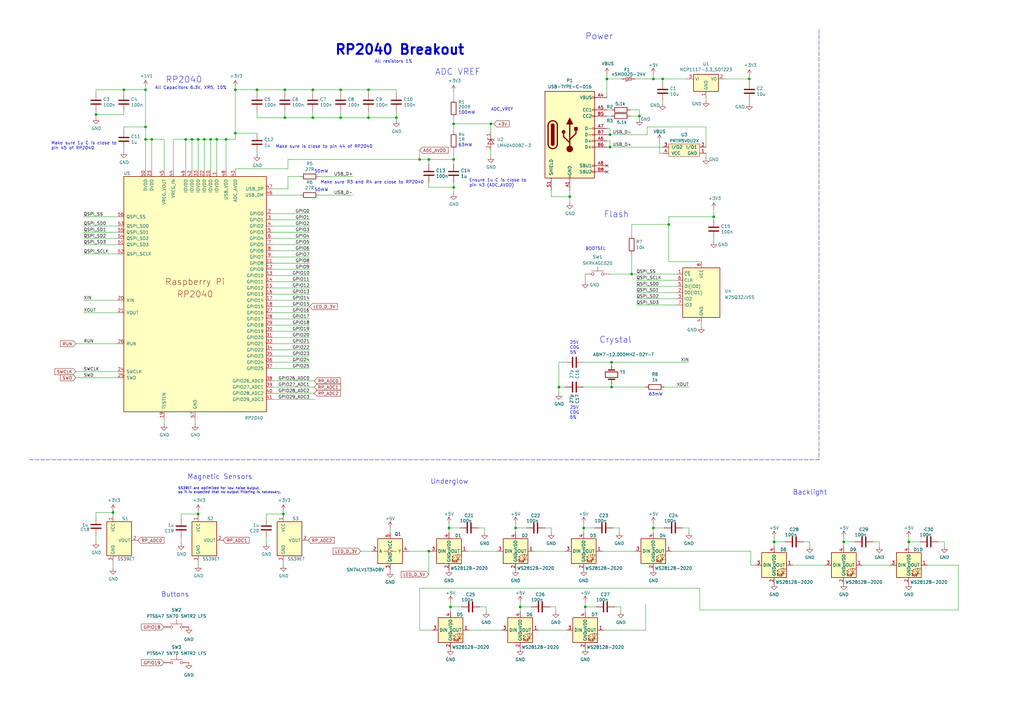
<source format=kicad_sch>
(kicad_sch (version 20230121) (generator eeschema)
  (paper "A3")
  (title_block (title "RP2040 Minimal Design Example") (date "2020-12-18") (rev "REV1") (company "Raspberry Pi (Trading) Ltd"))
  (junction (at 172.085 65.405))
  (junction (at 59.69 36.83))
  (junction (at 250.825 158.75))
  (junction (at 184.15 216.535))
  (junction (at 162.56 48.26))
  (junction (at 46.355 210.185))
  (junction (at 262.255 47.625))
  (junction (at 96.52 54.61))
  (junction (at 186.055 50.8))
  (junction (at 233.68 80.645))
  (junction (at 151.13 48.26))
  (junction (at 116.205 210.82))
  (junction (at 267.97 32.385))
  (junction (at 211.455 216.535))
  (junction (at 240.03 248.92))
  (junction (at 50.8 36.83))
  (junction (at 86.36 57.15))
  (junction (at 317.5 222.25))
  (junction (at 201.295 50.8))
  (junction (at 186.055 65.405))
  (junction (at 259.08 112.395))
  (junction (at 267.97 216.535))
  (junction (at 76.2 57.15))
  (junction (at 213.36 248.92))
  (junction (at 116.84 48.26))
  (junction (at 271.78 32.385))
  (junction (at 83.82 57.15))
  (junction (at 62.23 57.15))
  (junction (at 184.785 248.92))
  (junction (at 248.92 32.385))
  (junction (at 92.71 57.15))
  (junction (at 307.34 32.385))
  (junction (at 372.745 222.25))
  (junction (at 151.13 36.83))
  (junction (at 250.19 60.325))
  (junction (at 59.69 57.15))
  (junction (at 96.52 36.83))
  (junction (at 346.075 222.25))
  (junction (at 88.9 57.15))
  (junction (at 274.32 92.075))
  (junction (at 59.69 52.07))
  (junction (at 78.74 57.15))
  (junction (at 81.28 57.15))
  (junction (at 81.28 210.82))
  (junction (at 250.825 148.59))
  (junction (at 250.19 55.245))
  (junction (at 128.27 36.83))
  (junction (at 229.235 158.75))
  (junction (at 128.27 48.26))
  (junction (at 292.735 88.9))
  (junction (at 39.37 46.99))
  (junction (at 116.84 36.83))
  (junction (at 175.895 226.06))
  (junction (at 105.41 36.83))
  (junction (at 239.395 216.535))
  (junction (at 139.7 48.26))
  (junction (at 175.895 65.405))
  (junction (at 186.055 76.835))
  (junction (at 139.7 36.83))
  (no_connect (at 248.92 67.945))
  (no_connect (at 248.92 70.485))
  (wire (pts (xy 184.785 248.92) (xy 184.785 250.825)))
  (wire (pts (xy 34.29 100.33) (xy 48.26 100.33)))
  (wire (pts (xy 271.78 62.865) (xy 270.51 62.865)))
  (wire (pts (xy 92.71 69.85) (xy 92.71 57.15)))
  (wire (pts (xy 74.295 220.345) (xy 74.295 222.885)))
  (wire (pts (xy 116.205 210.82) (xy 109.22 210.82)))
  (wire (pts (xy 46.355 230.505) (xy 46.355 233.045)))
  (wire (pts (xy 191.77 226.06) (xy 203.835 226.06)))
  (wire (pts (xy 48.26 128.27) (xy 34.29 128.27)))
  (wire (pts (xy 59.69 36.83) (xy 59.69 52.07)))
  (wire (pts (xy 48.26 104.14) (xy 34.29 104.14)))
  (wire (pts (xy 325.12 231.775) (xy 338.455 231.775)))
  (wire (pts (xy 281.94 32.385) (xy 271.78 32.385)))
  (wire (pts (xy 39.37 36.83) (xy 50.8 36.83)))
  (wire (pts (xy 96.52 35.56) (xy 96.52 36.83)))
  (wire (pts (xy 239.395 216.535) (xy 243.84 216.535)))
  (wire (pts (xy 128.27 36.83) (xy 139.7 36.83)))
  (wire (pts (xy 250.825 157.48) (xy 250.825 158.75)))
  (wire (pts (xy 260.35 32.385) (xy 267.97 32.385)))
  (wire (pts (xy 50.8 60.96) (xy 50.8 62.23)))
  (wire (pts (xy 332.105 222.25) (xy 332.105 224.155)))
  (wire (pts (xy 50.8 52.07) (xy 59.69 52.07)))
  (wire (pts (xy 111.76 151.13) (xy 127 151.13)))
  (wire (pts (xy 111.76 140.97) (xy 127 140.97)))
  (wire (pts (xy 239.395 148.59) (xy 250.825 148.59)))
  (wire (pts (xy 81.28 57.15) (xy 83.82 57.15)))
  (wire (pts (xy 240.03 248.92) (xy 244.475 248.92)))
  (wire (pts (xy 264.795 247.65) (xy 264.795 258.445)))
  (wire (pts (xy 139.7 45.72) (xy 139.7 48.26)))
  (wire (pts (xy 250.825 45.085) (xy 248.92 45.085)))
  (wire (pts (xy 105.41 36.83) (xy 116.84 36.83)))
  (wire (pts (xy 240.03 112.395) (xy 240.03 115.57)))
  (wire (pts (xy 274.32 92.075) (xy 274.32 88.9)))
  (wire (pts (xy 48.26 88.9) (xy 34.29 88.9)))
  (wire (pts (xy 250.825 158.75) (xy 264.795 158.75)))
  (wire (pts (xy 213.36 248.92) (xy 217.805 248.92)))
  (wire (pts (xy 393.065 250.19) (xy 287.02 250.19)))
  (wire (pts (xy 186.055 74.93) (xy 186.055 76.835)))
  (wire (pts (xy 160.02 216.535) (xy 160.02 218.44)))
  (wire (pts (xy 184.785 248.92) (xy 189.23 248.92)))
  (wire (pts (xy 46.355 209.55) (xy 46.355 210.185)))
  (wire (pts (xy 118.11 69.215) (xy 118.11 65.405)))
  (wire (pts (xy 297.18 32.385) (xy 307.34 32.385)))
  (wire (pts (xy 34.29 123.19) (xy 48.26 123.19)))
  (wire (pts (xy 250.19 60.325) (xy 271.78 60.325)))
  (wire (pts (xy 267.97 216.535) (xy 272.415 216.535)))
  (wire (pts (xy 88.9 57.15) (xy 92.71 57.15)))
  (wire (pts (xy 186.055 50.8) (xy 201.295 50.8)))
  (wire (pts (xy 81.28 69.85) (xy 81.28 57.15)))
  (wire (pts (xy 111.76 120.65) (xy 127 120.65)))
  (wire (pts (xy 184.15 216.535) (xy 184.15 218.44)))
  (wire (pts (xy 116.84 48.26) (xy 105.41 48.26)))
  (wire (pts (xy 172.085 258.445) (xy 177.165 258.445)))
  (wire (pts (xy 59.69 57.15) (xy 59.69 69.85)))
  (wire (pts (xy 116.205 210.82) (xy 116.205 211.455)))
  (wire (pts (xy 111.76 138.43) (xy 127 138.43)))
  (wire (pts (xy 111.76 92.71) (xy 127 92.71)))
  (wire (pts (xy 175.895 235.585) (xy 175.895 226.06)))
  (wire (pts (xy 111.76 118.11) (xy 127 118.11)))
  (wire (pts (xy 250.19 55.245) (xy 265.43 55.245)))
  (wire (pts (xy 248.92 47.625) (xy 250.825 47.625)))
  (wire (pts (xy 265.43 52.07) (xy 265.43 55.245)))
  (wire (pts (xy 332.105 222.25) (xy 329.565 222.25)))
  (wire (pts (xy 233.68 80.645) (xy 233.68 83.185)))
  (wire (pts (xy 267.97 32.385) (xy 271.78 32.385)))
  (wire (pts (xy 393.065 231.775) (xy 393.065 250.19)))
  (wire (pts (xy 213.36 248.92) (xy 213.36 250.825)))
  (wire (pts (xy 96.52 54.61) (xy 105.41 54.61)))
  (wire (pts (xy 128.27 38.1) (xy 128.27 36.83)))
  (wire (pts (xy 250.19 52.705) (xy 250.19 55.245)))
  (wire (pts (xy 219.075 226.06) (xy 231.775 226.06)))
  (wire (pts (xy 76.2 69.85) (xy 76.2 57.15)))
  (polyline (pts (xy 335.915 12.065) (xy 335.915 188.595)) (stroke (width 0) (type dash)))
  (wire (pts (xy 116.84 45.72) (xy 116.84 48.26)))
  (wire (pts (xy 96.52 36.83) (xy 96.52 54.61)))
  (wire (pts (xy 199.39 248.92) (xy 199.39 250.825)))
  (wire (pts (xy 81.28 209.55) (xy 81.28 210.82)))
  (wire (pts (xy 275.59 226.06) (xy 307.975 226.06)))
  (wire (pts (xy 250.825 149.86) (xy 250.825 148.59)))
  (wire (pts (xy 231.775 158.75) (xy 229.235 158.75)))
  (wire (pts (xy 198.755 216.535) (xy 198.755 218.44)))
  (wire (pts (xy 186.055 65.405) (xy 186.055 67.31)))
  (wire (pts (xy 287.655 132.715) (xy 287.655 133.985)))
  (wire (pts (xy 105.41 38.1) (xy 105.41 36.83)))
  (wire (pts (xy 248.92 32.385) (xy 248.92 40.005)))
  (wire (pts (xy 62.23 69.85) (xy 62.23 57.15)))
  (wire (pts (xy 254 216.535) (xy 251.46 216.535)))
  (wire (pts (xy 172.085 241.3) (xy 172.085 258.445)))
  (wire (pts (xy 109.22 220.345) (xy 109.22 222.885)))
  (wire (pts (xy 92.71 57.15) (xy 96.52 57.15)))
  (wire (pts (xy 262.255 47.625) (xy 262.255 48.895)))
  (wire (pts (xy 167.64 226.06) (xy 175.895 226.06)))
  (wire (pts (xy 353.695 231.775) (xy 365.125 231.775)))
  (wire (pts (xy 175.895 226.06) (xy 176.53 226.06)))
  (wire (pts (xy 34.29 92.71) (xy 48.26 92.71)))
  (wire (pts (xy 184.15 214.63) (xy 184.15 216.535)))
  (wire (pts (xy 248.92 30.48) (xy 248.92 32.385)))
  (wire (pts (xy 267.97 30.48) (xy 267.97 32.385)))
  (wire (pts (xy 83.82 57.15) (xy 86.36 57.15)))
  (wire (pts (xy 111.76 87.63) (xy 127 87.63)))
  (wire (pts (xy 88.9 57.15) (xy 88.9 69.85)))
  (wire (pts (xy 317.5 222.25) (xy 321.945 222.25)))
  (wire (pts (xy 111.76 107.95) (xy 127 107.95)))
  (wire (pts (xy 227.965 248.92) (xy 227.965 250.825)))
  (wire (pts (xy 240.03 248.92) (xy 240.03 250.825)))
  (wire (pts (xy 184.785 247.015) (xy 184.785 248.92)))
  (wire (pts (xy 172.085 61.595) (xy 172.085 65.405)))
  (wire (pts (xy 307.34 41.275) (xy 307.34 42.545)))
  (wire (pts (xy 162.56 38.1) (xy 162.56 36.83)))
  (wire (pts (xy 287.02 241.3) (xy 287.02 250.19)))
  (wire (pts (xy 307.975 226.06) (xy 307.975 231.775)))
  (wire (pts (xy 130.81 80.01) (xy 144.78 80.01)))
  (wire (pts (xy 250.19 112.395) (xy 259.08 112.395)))
  (wire (pts (xy 111.76 133.35) (xy 127 133.35)))
  (wire (pts (xy 271.78 41.275) (xy 271.78 42.545)))
  (wire (pts (xy 111.76 105.41) (xy 127 105.41)))
  (wire (pts (xy 81.28 210.82) (xy 74.295 210.82)))
  (wire (pts (xy 34.29 95.25) (xy 48.26 95.25)))
  (wire (pts (xy 151.13 38.1) (xy 151.13 36.83)))
  (wire (pts (xy 250.19 60.325) (xy 250.19 57.785)))
  (wire (pts (xy 118.11 72.39) (xy 123.19 72.39)))
  (wire (pts (xy 67.31 69.85) (xy 67.31 57.15)))
  (wire (pts (xy 151.13 45.72) (xy 151.13 48.26)))
  (wire (pts (xy 111.76 130.81) (xy 127 130.81)))
  (wire (pts (xy 80.01 171.45) (xy 80.01 173.99)))
  (wire (pts (xy 111.76 128.27) (xy 127 128.27)))
  (wire (pts (xy 259.08 104.14) (xy 259.08 112.395)))
  (wire (pts (xy 201.295 50.8) (xy 201.295 53.975)))
  (wire (pts (xy 39.37 46.99) (xy 39.37 48.26)))
  (wire (pts (xy 274.32 88.9) (xy 292.735 88.9)))
  (wire (pts (xy 186.055 61.595) (xy 186.055 65.405)))
  (wire (pts (xy 229.235 148.59) (xy 229.235 158.75)))
  (wire (pts (xy 31.115 140.97) (xy 48.26 140.97)))
  (wire (pts (xy 317.5 220.345) (xy 317.5 222.25)))
  (wire (pts (xy 39.37 46.99) (xy 50.8 46.99)))
  (wire (pts (xy 227.965 248.92) (xy 225.425 248.92)))
  (wire (pts (xy 289.56 62.865) (xy 289.56 64.77)))
  (wire (pts (xy 111.76 125.73) (xy 127 125.73)))
  (polyline (pts (xy 12.065 188.595) (xy 335.915 188.595)) (stroke (width 0) (type dash)))
  (wire (pts (xy 111.76 115.57) (xy 127 115.57)))
  (wire (pts (xy 78.74 57.15) (xy 81.28 57.15)))
  (wire (pts (xy 282.575 216.535) (xy 280.035 216.535)))
  (wire (pts (xy 39.37 219.71) (xy 39.37 222.25)))
  (wire (pts (xy 151.13 48.26) (xy 162.56 48.26)))
  (wire (pts (xy 270.51 62.865) (xy 270.51 57.785)))
  (wire (pts (xy 31.115 152.4) (xy 48.26 152.4)))
  (wire (pts (xy 277.495 117.475) (xy 260.985 117.475)))
  (wire (pts (xy 211.455 214.63) (xy 211.455 216.535)))
  (wire (pts (xy 105.41 45.72) (xy 105.41 48.26)))
  (wire (pts (xy 71.12 57.15) (xy 76.2 57.15)))
  (wire (pts (xy 198.755 216.535) (xy 196.215 216.535)))
  (wire (pts (xy 262.255 45.085) (xy 262.255 47.625)))
  (wire (pts (xy 74.295 210.82) (xy 74.295 212.725)))
  (wire (pts (xy 372.745 222.25) (xy 377.19 222.25)))
  (wire (pts (xy 175.895 65.405) (xy 186.055 65.405)))
  (wire (pts (xy 239.395 158.75) (xy 250.825 158.75)))
  (wire (pts (xy 151.13 36.83) (xy 162.56 36.83)))
  (wire (pts (xy 231.775 148.59) (xy 229.235 148.59)))
  (wire (pts (xy 186.055 48.26) (xy 186.055 50.8)))
  (wire (pts (xy 130.81 72.39) (xy 144.78 72.39)))
  (wire (pts (xy 292.735 90.17) (xy 292.735 88.9)))
  (wire (pts (xy 307.34 32.385) (xy 307.34 31.115)))
  (wire (pts (xy 292.735 85.725) (xy 292.735 88.9)))
  (wire (pts (xy 265.43 52.07) (xy 289.56 52.07)))
  (wire (pts (xy 111.76 156.21) (xy 128.905 156.21)))
  (wire (pts (xy 260.985 125.095) (xy 277.495 125.095)))
  (wire (pts (xy 247.65 258.445) (xy 264.795 258.445)))
  (wire (pts (xy 111.76 100.33) (xy 127 100.33)))
  (wire (pts (xy 59.69 35.56) (xy 59.69 36.83)))
  (wire (pts (xy 46.355 210.185) (xy 46.355 211.455)))
  (wire (pts (xy 96.52 69.215) (xy 96.52 69.85)))
  (wire (pts (xy 139.7 48.26) (xy 128.27 48.26)))
  (wire (pts (xy 147.955 226.06) (xy 152.4 226.06)))
  (wire (pts (xy 111.76 163.83) (xy 128.905 163.83)))
  (wire (pts (xy 111.76 158.75) (xy 128.905 158.75)))
  (wire (pts (xy 213.36 247.015) (xy 213.36 248.92)))
  (wire (pts (xy 175.895 65.405) (xy 175.895 67.31)))
  (wire (pts (xy 111.76 113.03) (xy 127 113.03)))
  (wire (pts (xy 39.37 45.72) (xy 39.37 46.99)))
  (wire (pts (xy 160.02 233.68) (xy 160.02 234.315)))
  (wire (pts (xy 240.03 247.015) (xy 240.03 248.92)))
  (wire (pts (xy 229.235 158.75) (xy 229.235 161.29)))
  (wire (pts (xy 116.205 209.55) (xy 116.205 210.82)))
  (wire (pts (xy 186.055 37.465) (xy 186.055 40.64)))
  (wire (pts (xy 105.41 63.5) (xy 105.41 62.23)))
  (wire (pts (xy 346.075 222.25) (xy 346.075 224.155)))
  (wire (pts (xy 346.075 220.345) (xy 346.075 222.25)))
  (wire (pts (xy 239.395 216.535) (xy 239.395 218.44)))
  (wire (pts (xy 307.34 33.655) (xy 307.34 32.385)))
  (wire (pts (xy 111.76 97.79) (xy 127 97.79)))
  (wire (pts (xy 372.745 220.345) (xy 372.745 222.25)))
  (wire (pts (xy 360.68 222.25) (xy 358.14 222.25)))
  (wire (pts (xy 186.055 50.8) (xy 186.055 53.975)))
  (wire (pts (xy 260.985 122.555) (xy 277.495 122.555)))
  (wire (pts (xy 372.745 222.25) (xy 372.745 224.155)))
  (wire (pts (xy 31.115 154.94) (xy 48.26 154.94)))
  (wire (pts (xy 111.76 161.29) (xy 128.905 161.29)))
  (wire (pts (xy 254.635 248.92) (xy 254.635 250.825)))
  (wire (pts (xy 39.37 38.1) (xy 39.37 36.83)))
  (wire (pts (xy 287.02 241.3) (xy 172.085 241.3)))
  (wire (pts (xy 271.78 33.655) (xy 271.78 32.385)))
  (wire (pts (xy 184.15 216.535) (xy 188.595 216.535)))
  (wire (pts (xy 86.36 69.85) (xy 86.36 57.15)))
  (wire (pts (xy 111.76 90.17) (xy 127 90.17)))
  (wire (pts (xy 239.395 214.63) (xy 239.395 216.535)))
  (wire (pts (xy 360.68 222.25) (xy 360.68 224.155)))
  (wire (pts (xy 59.69 52.07) (xy 59.69 57.15)))
  (wire (pts (xy 267.97 216.535) (xy 267.97 218.44)))
  (wire (pts (xy 199.39 248.92) (xy 196.85 248.92)))
  (wire (pts (xy 50.8 36.83) (xy 59.69 36.83)))
  (wire (pts (xy 220.98 258.445) (xy 232.41 258.445)))
  (wire (pts (xy 211.455 216.535) (xy 215.9 216.535)))
  (wire (pts (xy 226.06 78.105) (xy 226.06 80.645)))
  (wire (pts (xy 380.365 231.775) (xy 393.065 231.775)))
  (wire (pts (xy 116.84 36.83) (xy 128.27 36.83)))
  (wire (pts (xy 233.68 78.105) (xy 233.68 80.645)))
  (wire (pts (xy 387.35 222.25) (xy 387.35 224.155)))
  (wire (pts (xy 226.06 80.645) (xy 233.68 80.645)))
  (wire (pts (xy 118.11 72.39) (xy 118.11 77.47)))
  (wire (pts (xy 247.015 226.06) (xy 260.35 226.06)))
  (wire (pts (xy 162.56 48.26) (xy 162.56 49.53)))
  (wire (pts (xy 96.52 54.61) (xy 96.52 57.15)))
  (wire (pts (xy 248.92 32.385) (xy 255.27 32.385)))
  (wire (pts (xy 111.76 110.49) (xy 127 110.49)))
  (wire (pts (xy 258.445 47.625) (xy 262.255 47.625)))
  (wire (pts (xy 118.11 65.405) (xy 172.085 65.405)))
  (wire (pts (xy 111.76 80.01) (xy 123.19 80.01)))
  (wire (pts (xy 67.31 57.15) (xy 62.23 57.15)))
  (wire (pts (xy 274.32 92.075) (xy 274.32 107.315)))
  (wire (pts (xy 274.32 107.315) (xy 287.655 107.315)))
  (wire (pts (xy 250.825 148.59) (xy 282.575 148.59)))
  (wire (pts (xy 78.74 69.85) (xy 78.74 57.15)))
  (wire (pts (xy 67.31 171.45) (xy 67.31 173.99)))
  (wire (pts (xy 254.635 248.92) (xy 252.095 248.92)))
  (wire (pts (xy 111.76 77.47) (xy 118.11 77.47)))
  (wire (pts (xy 81.28 231.775) (xy 81.28 230.505)))
  (wire (pts (xy 162.56 45.72) (xy 162.56 48.26)))
  (wire (pts (xy 248.92 52.705) (xy 250.19 52.705)))
  (wire (pts (xy 139.7 38.1) (xy 139.7 36.83)))
  (wire (pts (xy 116.84 38.1) (xy 116.84 36.83)))
  (wire (pts (xy 111.76 123.19) (xy 127 123.19)))
  (wire (pts (xy 211.455 216.535) (xy 211.455 218.44)))
  (wire (pts (xy 111.76 146.05) (xy 127 146.05)))
  (wire (pts (xy 260.985 114.935) (xy 277.495 114.935)))
  (wire (pts (xy 111.76 102.87) (xy 127 102.87)))
  (wire (pts (xy 128.27 45.72) (xy 128.27 48.26)))
  (wire (pts (xy 387.35 222.25) (xy 384.81 222.25)))
  (wire (pts (xy 50.8 38.1) (xy 50.8 36.83)))
  (wire (pts (xy 172.085 65.405) (xy 175.895 65.405)))
  (wire (pts (xy 34.29 97.79) (xy 48.26 97.79)))
  (wire (pts (xy 272.415 158.75) (xy 282.575 158.75)))
  (wire (pts (xy 111.76 95.25) (xy 127 95.25)))
  (wire (pts (xy 175.895 74.93) (xy 175.895 76.835)))
  (wire (pts (xy 111.76 135.89) (xy 127 135.89)))
  (wire (pts (xy 289.56 52.07) (xy 289.56 60.325)))
  (wire (pts (xy 62.23 57.15) (xy 59.69 57.15)))
  (wire (pts (xy 259.08 92.075) (xy 259.08 96.52)))
  (wire (pts (xy 259.08 112.395) (xy 277.495 112.395)))
  (wire (pts (xy 111.76 148.59) (xy 127 148.59)))
  (wire (pts (xy 248.92 57.785) (xy 250.19 57.785)))
  (wire (pts (xy 96.52 69.215) (xy 118.11 69.215)))
  (wire (pts (xy 292.735 97.79) (xy 292.735 99.06)))
  (wire (pts (xy 39.37 210.185) (xy 39.37 212.09)))
  (wire (pts (xy 71.12 69.85) (xy 71.12 57.15)))
  (wire (pts (xy 226.06 216.535) (xy 226.06 218.44)))
  (wire (pts (xy 248.92 55.245) (xy 250.19 55.245)))
  (wire (pts (xy 282.575 216.535) (xy 282.575 218.44)))
  (wire (pts (xy 76.2 57.15) (xy 78.74 57.15)))
  (wire (pts (xy 259.08 92.075) (xy 274.32 92.075)))
  (wire (pts (xy 81.28 210.82) (xy 81.28 211.455)))
  (wire (pts (xy 83.82 69.85) (xy 83.82 57.15)))
  (wire (pts (xy 186.055 76.835) (xy 186.055 79.375)))
  (wire (pts (xy 46.355 210.185) (xy 39.37 210.185)))
  (wire (pts (xy 317.5 222.25) (xy 317.5 224.155)))
  (wire (pts (xy 116.205 231.775) (xy 116.205 230.505)))
  (wire (pts (xy 277.495 120.015) (xy 260.985 120.015)))
  (wire (pts (xy 262.255 45.085) (xy 258.445 45.085)))
  (wire (pts (xy 192.405 258.445) (xy 205.74 258.445)))
  (wire (pts (xy 289.56 40.005) (xy 289.56 41.275)))
  (wire (pts (xy 226.06 216.535) (xy 223.52 216.535)))
  (wire (pts (xy 254 216.535) (xy 254 218.44)))
  (wire (pts (xy 50.8 46.99) (xy 50.8 45.72)))
  (wire (pts (xy 128.27 48.26) (xy 116.84 48.26)))
  (wire (pts (xy 50.8 53.34) (xy 50.8 52.07)))
  (wire (pts (xy 139.7 48.26) (xy 151.13 48.26)))
  (wire (pts (xy 201.295 50.8) (xy 202.565 50.8)))
  (wire (pts (xy 139.7 36.83) (xy 151.13 36.83)))
  (wire (pts (xy 248.92 60.325) (xy 250.19 60.325)))
  (wire (pts (xy 201.295 61.595) (xy 201.295 64.135)))
  (wire (pts (xy 267.97 214.63) (xy 267.97 216.535)))
  (wire (pts (xy 111.76 143.51) (xy 127 143.51)))
  (wire (pts (xy 86.36 57.15) (xy 88.9 57.15)))
  (wire (pts (xy 307.975 231.775) (xy 309.88 231.775)))
  (wire (pts (xy 109.22 210.82) (xy 109.22 212.725)))
  (wire (pts (xy 175.895 76.835) (xy 186.055 76.835)))
  (wire (pts (xy 346.075 222.25) (xy 350.52 222.25)))
  (wire (pts (xy 96.52 36.83) (xy 105.41 36.83)))
  (image (at 152.4 -170.815) (scale 5.52324))
  (image (at -136.525 45.085) (scale 2.69118))
  (text "RP2040 Breakout\n" (at 137.16 22.86 0) (effects (font (size 4 4) (thickness 0.8) bold) (justify left bottom)))
  (text "All Capacitors 6.3V, XR5, 10%" (at 63.5 36.83 0) (effects (font (size 1.27 1.27)) (justify left bottom)))
  (text "Make sure 1u C is close to \npin 45 of RP2040" (at 20.955 61.595 0) (effects (font (size 1.27 1.27)) (justify left bottom)))
  (text "ADC VREF" (at 178.435 31.115 0) (effects (font (size 2.54 2.54)) (justify left bottom)))
  (text "63mW" (at 266.065 162.56 0) (effects (font (size 1.27 1.27)) (justify left bottom)))
  (text "25V\nC0G\n5%" (at 233.68 145.415 0) (effects (font (size 1.27 1.27)) (justify left bottom)))
  (text "ADC_VREF" (at 201.295 45.72 0) (effects (font (size 1.27 1.27)) (justify left bottom)))
  (text "Make sure R3 and R4 are close to RP2040" (at 131.445 75.565 0) (effects (font (size 1.27 1.27)) (justify left bottom)))
  (text "Magnetic Sensors" (at 76.835 196.85 0) (effects (font (size 2 2)) (justify left bottom)))
  (text "Underglow" (at 176.53 198.755 0) (effects (font (size 2 2)) (justify left bottom)))
  (text "63mW" (at 187.96 60.325 0) (effects (font (size 1.27 1.27)) (justify left bottom)))
  (text "RP2040" (at 67.945 34.29 0) (effects (font (size 2.54 2.54)) (justify left bottom)))
  (text "SS39ET are optimized for low noise output, \nso it is expected that no output filtering is necessary." (at 73.025 202.565 0) (effects (font (size 1 1)) (justify left bottom)))
  (text "BOOTSEL" (at 240.03 102.87 0) (effects (font (size 1.27 1.27)) (justify left bottom)))
  (text "Power" (at 240.03 16.51 0) (effects (font (size 2.54 2.54)) (justify left bottom)))
  (text "Buttons" (at 66.04 245.11 0) (effects (font (size 2 2)) (justify left bottom)))
  (text "Crystal" (at 245.745 140.97 0) (effects (font (size 2.54 2.54)) (justify left bottom)))
  (text "Make sure is close to pin 44 of RP2040" (at 113.03 60.96 0) (effects (font (size 1.27 1.27)) (justify left bottom)))
  (text "All resistors 1%" (at 153.67 26.035 0) (effects (font (size 1.27 1.27)) (justify left bottom)))
  (text "Backlight" (at 325.12 203.2 0) (effects (font (size 2 2)) (justify left bottom)))
  (text "50mW" (at 128.905 71.12 0) (effects (font (size 1.27 1.27)) (justify left bottom)))
  (text "25V\nC0G\n5%" (at 233.68 172.085 0) (effects (font (size 1.27 1.27)) (justify left bottom)))
  (text "50mW" (at 128.905 78.74 0) (effects (font (size 1.27 1.27)) (justify left bottom)))
  (text "Flash" (at 247.65 89.535 0) (effects (font (size 2.54 2.54)) (justify left bottom)))
  (text "Ensure 1u C is close to \npin 43 (ADC_AVDD)" (at 192.405 76.835 0) (effects (font (size 1.27 1.27)) (justify left bottom)))
  (text "100mW" (at 187.96 46.99 0) (effects (font (size 1.27 1.27)) (justify left bottom)))
  (label "GPIO3" (at 127 95.25 180))
  (label "QSPI_SCLK" (at 260.985 114.935 0))
  (label "QSPI_SD2" (at 260.985 122.555 0))
  (label "GPIO22" (at 127 143.51 180))
  (label "QSPI_SD0" (at 260.985 117.475 0))
  (label "GPIO0" (at 127 87.63 180))
  (label "QSPI_SD3" (at 34.29 100.33 0))
  (label "GPIO15" (at 127 125.73 180))
  (label "GPIO2" (at 127 92.71 180))
  (label "GPIO19" (at 127 135.89 180))
  (label "XOUT" (at 34.29 128.27 0))
  (label "GPIO6" (at 127 102.87 180))
  (label "QSPI_SD1" (at 260.985 120.015 0))
  (label "QSPI_SD0" (at 34.29 92.71 0))
  (label "GPIO23" (at 127 146.05 180))
  (label "GPIO28_ADC2" (at 127 161.29 180))
  (label "GPIO17" (at 127 130.81 180))
  (label "XIN" (at 34.29 123.19 0))
  (label "USB_D+" (at 259.08 60.325 180))
  (label "USB_D+" (at 144.78 72.39 180))
  (label "USB_D-" (at 144.78 80.01 180))
  (label "SWD" (at 34.29 154.94 0))
  (label "GPIO13" (at 127 120.65 180))
  (label "GPIO5" (at 127 100.33 180))
  (label "GPIO29_ADC3" (at 127 163.83 180))
  (label "GPIO24" (at 127 148.59 180))
  (label "GPIO21" (at 127 140.97 180))
  (label "QSPI_SD3" (at 260.985 125.095 0))
  (label "GPIO10" (at 127 113.03 180))
  (label "GPIO1" (at 127 90.17 180))
  (label "RUN" (at 34.29 140.97 0))
  (label "SWCLK" (at 34.29 152.4 0))
  (label "GPIO9" (at 127 110.49 180))
  (label "XIN" (at 282.575 148.59 180))
  (label "GPIO16" (at 127 128.27 180))
  (label "GPIO20" (at 127 138.43 180))
  (label "GPIO4" (at 127 97.79 180))
  (label "GPIO8" (at 127 107.95 180))
  (label "QSPI_SD1" (at 34.29 95.25 0))
  (label "GPIO18" (at 127 133.35 180))
  (label "GPIO25" (at 127 151.13 180))
  (label "XOUT" (at 282.575 158.75 180))
  (label "GPIO12" (at 127 118.11 180))
  (label "QSPI_SCLK" (at 34.29 104.14 0))
  (label "GPIO26_ADC0" (at 127 156.21 180))
  (label "USB_D-" (at 259.08 55.245 180))
  (label "QSPI_SS" (at 34.29 88.9 0))
  (label "GPIO14" (at 127 123.19 180))
  (label "GPIO7" (at 127 105.41 180))
  (label "GPIO11" (at 127 115.57 180))
  (label "GPIO27_ADC1" (at 127 158.75 180))
  (label "QSPI_SS" (at 260.985 112.395 0))
  (label "QSPI_SD2" (at 34.29 97.79 0))
  (global_label "+3V" (shape input) (at 202.565 50.8 0) (property "Intersheetrefs" "${INTERSHEET_REFS}" (effects hide)))
  (global_label "RP_ADC0" (shape input) (at 56.515 221.615 0) (property "Intersheetrefs" "${INTERSHEET_REFS}" (effects hide)))
  (global_label "RP_ADC1" (shape input) (at 128.905 158.75 0) (property "Intersheetrefs" "${INTERSHEET_REFS}" (effects hide)))
  (global_label "RP_ADC0" (shape input) (at 128.905 156.21 0) (property "Intersheetrefs" "${INTERSHEET_REFS}" (effects hide)))
  (global_label "RP_ADC2" (shape input) (at 126.365 221.615 0) (property "Intersheetrefs" "${INTERSHEET_REFS}" (effects hide)))
  (global_label "ADC_AVDD" (shape input) (at 172.085 61.595 0) (property "Intersheetrefs" "${INTERSHEET_REFS}" (effects hide)))
  (global_label "RP_ADC1" (shape input) (at 91.44 221.615 0) (property "Intersheetrefs" "${INTERSHEET_REFS}" (effects hide)))
  (global_label "LED_D_5V" (shape input) (at 175.895 235.585 180) (property "Intersheetrefs" "${INTERSHEET_REFS}" (effects hide)))
  (global_label "RP_ADC2" (shape input) (at 128.905 161.29 0) (property "Intersheetrefs" "${INTERSHEET_REFS}" (effects hide)))
  (global_label "GPIO19" (shape input) (at 67.31 271.78 180) (property "Intersheetrefs" "${INTERSHEET_REFS}" (effects hide)))
  (global_label "LED_D_3V" (shape input) (at 147.955 226.06 180) (property "Intersheetrefs" "${INTERSHEET_REFS}" (effects hide)))
  (global_label "SWD" (shape input) (at 31.115 154.94 180) (property "Intersheetrefs" "${INTERSHEET_REFS}" (effects hide)))
  (global_label "GPIO18" (shape input) (at 67.31 257.175 180) (property "Intersheetrefs" "${INTERSHEET_REFS}" (effects hide)))
  (global_label "SWCLK" (shape input) (at 31.115 152.4 180) (property "Intersheetrefs" "${INTERSHEET_REFS}" (effects hide)))
  (global_label "RUN" (shape input) (at 31.115 140.97 180) (property "Intersheetrefs" "${INTERSHEET_REFS}" (effects hide)))
  (global_label "LED_D_3V" (shape input) (at 127 125.73 0) (property "Intersheetrefs" "${INTERSHEET_REFS}" (effects hide)))
  (symbol (lib_id "MCU_RaspberryPi_RP2040:RP2040") (at 80.01 120.65 0) (unit 1)
    (property "Reference" "U5" (at 52.07 71.12 0))
    (property "Value" "RP2040" (at 104.14 171.45 0))
    (property "Footprint" "RP2040_minimal:RP2040-QFN-56" (effects hide))
  )
  (symbol (lib_id "Device:C") (at 235.585 148.59 270) (unit 1)
    (property "Reference" "C16" (at 236.7534 151.511 0) (effects (justify left)))
    (property "Value" "27p" (at 234.442 151.511 0) (effects (justify left)))
    (property "Footprint" "Capacitor_SMD:C_0402_1005Metric" (effects hide))
  )
  (symbol (lib_id "Device:C") (at 235.585 158.75 270) (unit 1)
    (property "Reference" "C17" (at 236.7534 161.671 0) (effects (justify left)))
    (property "Value" "27p" (at 234.442 161.671 0) (effects (justify left)))
    (property "Footprint" "Capacitor_SMD:C_0402_1005Metric" (effects hide))
  )
  (symbol (lib_id "power:GND") (at 229.235 161.29 0) (unit 1)
    (property "Reference" "#PWR024" (effects hide))
    (property "Value" "GND" (at 229.362 165.6842 0))
  )
  (symbol (lib_id "power:+3V3") (at 292.735 85.725 0) (unit 1)
    (property "Reference" "#PWR020" (effects hide))
    (property "Value" "+3V3" (at 293.116 81.3308 0))
  )
  (symbol (lib_id "power:GND") (at 287.655 133.985 0) (unit 1)
    (property "Reference" "#PWR023" (effects hide))
    (property "Value" "GND" (at 283.845 135.255 0))
  )
  (symbol (lib_id "Device:R") (at 259.08 100.33 0) (unit 1)
    (property "Reference" "R7" (at 260.858 99.1616 0) (effects (justify left)))
    (property "Value" "10k" (at 260.858 101.473 0) (effects (justify left)))
    (property "Footprint" "Capacitor_SMD:C_0402_1005Metric" (effects hide))
  )
  (symbol (lib_id "Device:C") (at 292.735 93.98 0) (unit 1)
    (property "Reference" "C15" (at 295.656 92.8116 0) (effects (justify left)))
    (property "Value" "100n" (at 295.656 95.123 0) (effects (justify left)))
    (property "Footprint" "Capacitor_SMD:C_0402_1005Metric" (effects hide))
  )
  (symbol (lib_id "power:GND") (at 292.735 99.06 0) (unit 1)
    (property "Reference" "#PWR021" (effects hide))
    (property "Value" "GND" (at 296.545 100.33 0))
  )
  (symbol (lib_id "power:GND") (at 80.01 173.99 0) (unit 1)
    (property "Reference" "#PWR026" (effects hide))
    (property "Value" "GND" (at 80.137 178.3842 0))
  )
  (symbol (lib_id "power:GND") (at 67.31 173.99 0) (unit 1)
    (property "Reference" "#PWR025" (effects hide))
    (property "Value" "GND" (at 67.437 178.3842 0))
  )
  (symbol (lib_id "Device:R") (at 127 72.39 270) (unit 1)
    (property "Reference" "R5" (at 127 67.1322 90))
    (property "Value" "27R" (at 127 69.4436 90))
    (property "Footprint" "Capacitor_SMD:C_0402_1005Metric" (effects hide))
  )
  (symbol (lib_id "Device:R") (at 127 80.01 270) (unit 1)
    (property "Reference" "R6" (at 127 74.7522 90))
    (property "Value" "27R" (at 127 77.0636 90))
    (property "Footprint" "Capacitor_SMD:C_0402_1005Metric" (effects hide))
  )
  (symbol (lib_id "power:GND") (at 233.68 83.185 0) (unit 1)
    (property "Reference" "#PWR019" (effects hide))
    (property "Value" "GND" (at 233.807 87.5792 0))
  )
  (symbol (lib_id "power:+3V3") (at 96.52 35.56 0) (unit 1)
    (property "Reference" "#PWR05" (effects hide))
    (property "Value" "+3V3" (at 96.901 31.1658 0))
  )
  (symbol (lib_id "power:+1V1") (at 59.69 35.56 0) (unit 1)
    (property "Reference" "#PWR04" (effects hide))
    (property "Value" "+1V1" (at 60.071 31.1658 0))
  )
  (symbol (lib_id "Device:C") (at 105.41 41.91 0) (unit 1)
    (property "Reference" "C5" (at 108.331 40.7416 0) (effects (justify left)))
    (property "Value" "100n" (at 108.331 43.053 0) (effects (justify left)))
    (property "Footprint" "Capacitor_SMD:C_0402_1005Metric" (effects hide))
  )
  (symbol (lib_id "Device:C") (at 116.84 41.91 0) (unit 1)
    (property "Reference" "C6" (at 119.761 40.7416 0) (effects (justify left)))
    (property "Value" "100n" (at 119.761 43.053 0) (effects (justify left)))
    (property "Footprint" "Capacitor_SMD:C_0402_1005Metric" (effects hide))
  )
  (symbol (lib_id "Device:C") (at 128.27 41.91 0) (unit 1)
    (property "Reference" "C7" (at 131.191 40.7416 0) (effects (justify left)))
    (property "Value" "100n" (at 131.191 43.053 0) (effects (justify left)))
    (property "Footprint" "Capacitor_SMD:C_0402_1005Metric" (effects hide))
  )
  (symbol (lib_id "Device:C") (at 139.7 41.91 0) (unit 1)
    (property "Reference" "C8" (at 142.621 40.7416 0) (effects (justify left)))
    (property "Value" "100n" (at 142.621 43.053 0) (effects (justify left)))
    (property "Footprint" "Capacitor_SMD:C_0402_1005Metric" (effects hide))
  )
  (symbol (lib_id "Device:C") (at 151.13 41.91 0) (unit 1)
    (property "Reference" "C9" (at 154.051 40.7416 0) (effects (justify left)))
    (property "Value" "100n" (at 154.051 43.053 0) (effects (justify left)))
    (property "Footprint" "Capacitor_SMD:C_0402_1005Metric" (effects hide))
  )
  (symbol (lib_id "Device:C") (at 162.56 41.91 0) (unit 1)
    (property "Reference" "C10" (at 165.481 40.7416 0) (effects (justify left)))
    (property "Value" "100n" (at 165.481 43.053 0) (effects (justify left)))
    (property "Footprint" "Capacitor_SMD:C_0402_1005Metric" (effects hide))
  )
  (symbol (lib_id "Device:C") (at 39.37 41.91 0) (unit 1)
    (property "Reference" "C3" (at 42.291 40.7416 0) (effects (justify left)))
    (property "Value" "100n" (at 42.291 43.053 0) (effects (justify left)))
    (property "Footprint" "Capacitor_SMD:C_0402_1005Metric" (effects hide))
  )
  (symbol (lib_id "Device:C") (at 50.8 41.91 0) (unit 1)
    (property "Reference" "C4" (at 53.721 40.7416 0) (effects (justify left)))
    (property "Value" "100n" (at 53.721 43.053 0) (effects (justify left)))
    (property "Footprint" "Capacitor_SMD:C_0402_1005Metric" (effects hide))
  )
  (symbol (lib_id "Device:C") (at 50.8 57.15 0) (unit 1)
    (property "Reference" "C11" (at 53.721 55.9816 0) (effects (justify left)))
    (property "Value" "1u" (at 53.721 58.293 0) (effects (justify left)))
    (property "Footprint" "Capacitor_SMD:C_0402_1005Metric" (effects hide))
  )
  (symbol (lib_id "Device:C") (at 105.41 58.42 0) (unit 1)
    (property "Reference" "C12" (at 108.331 57.2516 0) (effects (justify left)))
    (property "Value" "1u" (at 108.331 59.563 0) (effects (justify left)))
    (property "Footprint" "Capacitor_SMD:C_0402_1005Metric" (effects hide))
  )
  (symbol (lib_id "power:GND") (at 162.56 49.53 0) (unit 1)
    (property "Reference" "#PWR012" (effects hide))
    (property "Value" "GND" (at 162.687 53.9242 0))
  )
  (symbol (lib_id "power:GND") (at 39.37 48.26 0) (unit 1)
    (property "Reference" "#PWR010" (effects hide))
    (property "Value" "GND" (at 39.497 52.6542 0))
  )
  (symbol (lib_id "power:GND") (at 50.8 62.23 0) (unit 1)
    (property "Reference" "#PWR014" (effects hide))
    (property "Value" "GND" (at 50.927 66.6242 0))
  )
  (symbol (lib_id "power:GND") (at 105.41 63.5 0) (unit 1)
    (property "Reference" "#PWR015" (effects hide))
    (property "Value" "GND" (at 105.537 67.8942 0))
  )
  (symbol (lib_id "Regulator_Linear:NCP1117-3.3_SOT223") (at 289.56 32.385 0) (unit 1)
    (property "Reference" "U1" (at 289.56 26.2382 0))
    (property "Value" "NCP1117-3.3_SOT223" (at 289.56 28.5496 0))
    (property "Footprint" "Package_TO_SOT_SMD:SOT-223-3_TabPin2" (effects hide))
    (property "Datasheet" "http://www.onsemi.com/pub_link/Collateral/NCP1117-D.PDF" (effects hide))
  )
  (symbol (lib_id "power:GND") (at 289.56 41.275 0) (unit 1)
    (property "Reference" "#PWR07" (effects hide))
    (property "Value" "GND" (at 285.75 42.545 0))
  )
  (symbol (lib_id "power:+3V3") (at 307.34 31.115 0) (unit 1)
    (property "Reference" "#PWR03" (effects hide))
    (property "Value" "+3V3" (at 307.721 26.7208 0))
  )
  (symbol (lib_id "Device:C") (at 271.78 37.465 0) (unit 1)
    (property "Reference" "C1" (at 274.701 36.2966 0) (effects (justify left)))
    (property "Value" "10u" (at 274.701 38.608 0) (effects (justify left)))
    (property "Footprint" "Capacitor_SMD:C_0805_2012Metric" (effects hide))
  )
  (symbol (lib_id "Device:C") (at 307.34 37.465 0) (unit 1)
    (property "Reference" "C2" (at 310.261 36.2966 0) (effects (justify left)))
    (property "Value" "10u" (at 310.261 38.608 0) (effects (justify left)))
    (property "Footprint" "Capacitor_SMD:C_0805_2012Metric" (effects hide))
  )
  (symbol (lib_id "power:GND") (at 271.78 42.545 0) (unit 1)
    (property "Reference" "#PWR08" (effects hide))
    (property "Value" "GND" (at 268.605 43.18 0))
  )
  (symbol (lib_id "power:GND") (at 307.34 42.545 0) (unit 1)
    (property "Reference" "#PWR09" (effects hide))
    (property "Value" "GND" (at 303.53 43.815 0))
  )
  (symbol (lib_id "Device:R") (at 268.605 158.75 270) (unit 1)
    (property "Reference" "R8" (at 268.605 153.4922 90))
    (property "Value" "1k" (at 268.605 155.8036 90))
    (property "Footprint" "Capacitor_SMD:C_0402_1005Metric" (effects hide))
  )
  (symbol (lib_id "Device:Crystal") (at 250.825 153.67 270) (unit 1)
    (property "Reference" "Y1" (at 254.1524 152.5016 90) (effects (justify left)))
    (property "Value" "ABM7-12.000MHZ-D2Y-T" (at 243.205 145.415 90) (effects (justify left)))
    (property "Footprint" "Crystal:Crystal_SMD_Abracon_ABM7-2Pin_6.0x3.5mm" (effects hide))
  )
  (symbol (lib_id "power:GND") (at 262.255 48.895 0) (unit 1)
    (property "Reference" "#PWR011" (effects hide))
    (property "Value" "GND" (at 264.795 48.895 0))
  )
  (symbol (lib_id "power:GND") (at 186.055 79.375 0) (unit 1)
    (property "Reference" "#PWR018" (effects hide))
    (property "Value" "GND" (at 186.182 83.7692 0))
  )
  (symbol (lib_id "Device:C") (at 175.895 71.12 0) (unit 1)
    (property "Reference" "C13" (at 178.816 69.9516 0) (effects (justify left)))
    (property "Value" "100n" (at 178.816 72.263 0) (effects (justify left)))
    (property "Footprint" "Capacitor_SMD:C_0402_1005Metric" (effects hide))
  )
  (symbol (lib_id "LED:WS2812B-2020") (at 184.15 226.06 0) (unit 1)
    (property "Reference" "D1" (at 187.96 219.71 0))
    (property "Value" "WS2812B-2020" (at 192.405 233.045 0))
    (property "Footprint" "LED_SMD:LED_WS2812B-2020_PLCC4_2.0x2.0mm" (effects hide))
  )
  (symbol (lib_id "power:VBUS") (at 270.51 57.785 0) (unit 1)
    (property "Reference" "#PWR013" (effects hide))
    (property "Value" "VBUS" (at 270.51 53.975 0))
  )
  (symbol (lib_id "Device:C") (at 39.37 215.9 180) (unit 1)
    (property "Reference" "C18" (at 36.83 217.17 0) (effects (justify left)))
    (property "Value" "1u" (at 36.195 215.265 0) (effects (justify left)))
    (property "Footprint" "Capacitor_SMD:C_0402_1005Metric" (effects hide))
  )
  (symbol (lib_name "GND_1") (lib_id "power:GND") (at 282.575 218.44 0) (unit 1)
    (property "Reference" "#PWR038" (effects hide))
    (property "Value" "GND" (at 282.575 222.885 0))
  )
  (symbol (lib_id "Device:C") (at 186.055 71.12 0) (unit 1)
    (property "Reference" "C14" (at 188.976 69.9516 0) (effects (justify left)))
    (property "Value" "1u" (at 188.976 72.263 0) (effects (justify left)))
    (property "Footprint" "Capacitor_SMD:C_0402_1005Metric" (effects hide))
  )
  (symbol (lib_name "GND_1") (lib_id "power:GND") (at 184.785 266.065 0) (unit 1)
    (property "Reference" "#PWR057" (effects hide))
    (property "Value" "GND" (at 184.785 270.51 0))
  )
  (symbol (lib_id "power:+5V") (at 267.97 30.48 0) (unit 1)
    (property "Reference" "#PWR02" (effects hide))
    (property "Value" "+5V" (at 267.97 26.67 0))
  )
  (symbol (lib_name "GND_1") (lib_id "power:GND") (at 77.47 257.175 0) (unit 1)
    (property "Reference" "#PWR056" (effects hide))
    (property "Value" "GND" (at 77.47 262.255 0))
  )
  (symbol (lib_id "Device:C") (at 193.04 248.92 90) (unit 1)
    (property "Reference" "C25" (at 194.945 243.84 90) (effects (justify left)))
    (property "Value" "100n" (at 194.183 245.999 90) (effects (justify left)))
    (property "Footprint" "Capacitor_SMD:C_0402_1005Metric" (effects hide))
  )
  (symbol (lib_id "Device:C") (at 381 222.25 90) (unit 1)
    (property "Reference" "C30" (at 382.905 217.17 90) (effects (justify left)))
    (property "Value" "100n" (at 382.143 219.329 90) (effects (justify left)))
    (property "Footprint" "Capacitor_SMD:C_0402_1005Metric" (effects hide))
  )
  (symbol (lib_id "power:GND") (at 109.22 222.885 0) (unit 1)
    (property "Reference" "#PWR041" (effects hide))
    (property "Value" "GND" (at 109.347 227.2792 0))
  )
  (symbol (lib_id "power:+5V") (at 213.36 247.015 0) (unit 1)
    (property "Reference" "#PWR051" (effects hide))
    (property "Value" "+5V" (at 213.36 243.205 0))
  )
  (symbol (lib_id "power:+5V") (at 239.395 214.63 0) (unit 1)
    (property "Reference" "#PWR032" (effects hide))
    (property "Value" "+5V" (at 239.395 210.82 0))
  )
  (symbol (lib_id "Device:C") (at 192.405 216.535 90) (unit 1)
    (property "Reference" "C21" (at 194.31 211.455 90) (effects (justify left)))
    (property "Value" "100n" (at 193.548 213.614 90) (effects (justify left)))
    (property "Footprint" "Capacitor_SMD:C_0402_1005Metric" (effects hide))
  )
  (symbol (lib_name "GND_1") (lib_id "power:GND") (at 372.745 239.395 0) (unit 1)
    (property "Reference" "#PWR069" (effects hide))
    (property "Value" "GND" (at 372.745 243.84 0))
  )
  (symbol (lib_name "GND_1") (lib_id "power:GND") (at 77.47 271.78 0) (unit 1)
    (property "Reference" "#PWR060" (effects hide))
    (property "Value" "GND" (at 77.47 276.86 0))
  )
  (symbol (lib_name "GND_1") (lib_id "power:GND") (at 227.965 250.825 0) (unit 1)
    (property "Reference" "#PWR054" (effects hide))
    (property "Value" "GND" (at 227.965 255.27 0))
  )
  (symbol (lib_id "Device:R") (at 186.055 44.45 0) (unit 1)
    (property "Reference" "R1" (at 187.96 41.91 0) (effects (justify left)))
    (property "Value" "200R" (at 187.96 43.815 0) (effects (justify left)))
    (property "Footprint" "Capacitor_SMD:C_0603_1608Metric" (effects hide))
  )
  (symbol (lib_id "Reference_Voltage:LM4040DBZ-3") (at 201.295 57.785 90) (unit 1)
    (property "Reference" "U2" (at 203.835 57.15 90) (effects (justify right)))
    (property "Value" "LM4040DBZ-3" (at 203.835 59.69 90) (effects (justify right)))
    (property "Footprint" "Package_TO_SOT_SMD:SOT-23" (effects hide))
    (property "Datasheet" "http://www.ti.com/lit/ds/symlink/lm4040-n.pdf" (effects hide))
  )
  (symbol (lib_id "LED:WS2812B-2020") (at 184.785 258.445 0) (unit 1)
    (property "Reference" "D5" (at 188.595 252.095 0))
    (property "Value" "WS2812B-2020" (at 193.04 265.43 0))
    (property "Footprint" "LED_SMD:LED_WS2812B-2020_PLCC4_2.0x2.0mm" (effects hide))
  )
  (symbol (lib_name "GND_1") (lib_id "power:GND") (at 254 218.44 0) (unit 1)
    (property "Reference" "#PWR037" (effects hide))
    (property "Value" "GND" (at 254 222.885 0))
  )
  (symbol (lib_id "power:+3V3") (at 81.28 209.55 0) (unit 1)
    (property "Reference" "#PWR028" (effects hide))
    (property "Value" "+3V3" (at 81.661 205.1558 0))
  )
  (symbol (lib_id "Device:C") (at 109.22 216.535 180) (unit 1)
    (property "Reference" "C20" (at 106.299 217.7034 0) (effects (justify left)))
    (property "Value" "1u" (at 106.299 215.392 0) (effects (justify left)))
    (property "Footprint" "Capacitor_SMD:C_0402_1005Metric" (effects hide))
  )
  (symbol (lib_name "GND_1") (lib_id "power:GND") (at 211.455 233.68 0) (unit 1)
    (property "Reference" "#PWR046" (effects hide))
    (property "Value" "GND" (at 211.455 238.125 0))
  )
  (symbol (lib_id "Connector:USB_C_Receptacle_USB2.0") (at 233.68 55.245 0) (unit 1)
    (property "Reference" "P1" (at 233.68 33.02 0))
    (property "Value" "USB-TYPE-C-016" (at 233.68 35.56 0))
    (property "Footprint" "Connector_USB:USB_C_Receptacle_DEALON_16P_MidMnt" (effects hide))
  )
  (symbol (lib_id "power:GND") (at 46.355 233.045 0) (unit 1)
    (property "Reference" "#PWR044" (effects hide))
    (property "Value" "GND" (at 46.482 237.4392 0))
  )
  (symbol (lib_id "power:GND") (at 201.295 64.135 0) (unit 1)
    (property "Reference" "#PWR016" (effects hide))
    (property "Value" "GND" (at 201.422 68.5292 0))
  )
  (symbol (lib_id "power:+5V") (at 184.15 214.63 0) (unit 1)
    (property "Reference" "#PWR030" (effects hide))
    (property "Value" "+5V" (at 184.15 210.82 0))
  )
  (symbol (lib_id "Switch:SW_Push") (at 72.39 271.78 0) (unit 1)
    (property "Reference" "SW3" (at 72.39 265.43 0))
    (property "Value" "PTS647 SN70 SMTR2 LFS" (at 72.39 267.97 0))
    (property "Footprint" "Button_Switch_SMD:PTS647_4.5x4.5mm" (effects hide))
  )
  (symbol (lib_id "power:GND") (at 39.37 222.25 0) (unit 1)
    (property "Reference" "#PWR039" (effects hide))
    (property "Value" "GND" (at 39.497 226.6442 0))
  )
  (symbol (lib_id "keebio:PRTR5V0U2X") (at 280.67 61.595 180) (unit 1)
    (property "Reference" "U3" (at 280.67 55.245 0))
    (property "Value" "PRTR5V0U2X" (at 280.67 57.785 0))
    (property "Footprint" "Keebio-Parts:SOT-143B" (effects hide))
  )
  (symbol (lib_id "power:GND") (at 240.03 115.57 0) (unit 1)
    (property "Reference" "#PWR022" (effects hide))
    (property "Value" "GND" (at 243.84 116.84 0))
  )
  (symbol (lib_name "GND_1") (lib_id "power:GND") (at 160.02 234.315 0) (unit 1)
    (property "Reference" "#PWR049" (effects hide))
    (property "Value" "GND" (at 160.02 238.76 0))
  )
  (symbol (lib_name "GND_1") (lib_id "power:GND") (at 239.395 233.68 0) (unit 1)
    (property "Reference" "#PWR047" (effects hide))
    (property "Value" "GND" (at 239.395 238.125 0))
  )
  (symbol (lib_name "GND_1") (lib_id "power:GND") (at 199.39 250.825 0) (unit 1)
    (property "Reference" "#PWR053" (effects hide))
    (property "Value" "GND" (at 199.39 255.27 0))
  )
  (symbol (lib_id "power:+3V3") (at 116.205 209.55 0) (unit 1)
    (property "Reference" "#PWR029" (effects hide))
    (property "Value" "+3V3" (at 116.586 205.1558 0))
  )
  (symbol (lib_name "GND_1") (lib_id "power:GND") (at 240.03 266.065 0) (unit 1)
    (property "Reference" "#PWR059" (effects hide))
    (property "Value" "GND" (at 240.03 270.51 0))
  )
  (symbol (lib_id "power:+3V3") (at 186.055 37.465 0) (unit 1)
    (property "Reference" "#PWR06" (effects hide))
    (property "Value" "+3V3" (at 186.436 33.0708 0))
  )
  (symbol (lib_id "LED:WS2812B-2020") (at 239.395 226.06 0) (unit 1)
    (property "Reference" "D3" (at 243.205 219.71 0))
    (property "Value" "WS2812B-2020" (at 247.65 233.045 0))
    (property "Footprint" "LED_SMD:LED_WS2812B-2020_PLCC4_2.0x2.0mm" (effects hide))
  )
  (symbol (lib_id "power:GND") (at 74.295 222.885 0) (unit 1)
    (property "Reference" "#PWR040" (effects hide))
    (property "Value" "GND" (at 74.422 227.2792 0))
  )
  (symbol (lib_id "power:VBUS") (at 248.92 30.48 0) (unit 1)
    (property "Reference" "#PWR01" (effects hide))
    (property "Value" "VBUS" (at 249.301 26.0858 0))
  )
  (symbol (lib_id "Device:C") (at 354.33 222.25 90) (unit 1)
    (property "Reference" "C29" (at 356.235 217.17 90) (effects (justify left)))
    (property "Value" "100n" (at 355.473 219.329 90) (effects (justify left)))
    (property "Footprint" "Capacitor_SMD:C_0402_1005Metric" (effects hide))
  )
  (symbol (lib_id "LED:WS2812B-2020") (at 372.745 231.775 0) (unit 1)
    (property "Reference" "D10" (at 376.555 225.425 0))
    (property "Value" "WS2812B-2020" (at 381 238.76 0))
    (property "Footprint" "LED_SMD:LED_WS2812B-2020_PLCC4_2.0x2.0mm" (effects hide))
  )
  (symbol (lib_id "Device:C") (at 219.71 216.535 90) (unit 1)
    (property "Reference" "C22" (at 221.615 211.455 90) (effects (justify left)))
    (property "Value" "100n" (at 220.853 213.614 90) (effects (justify left)))
    (property "Footprint" "Capacitor_SMD:C_0402_1005Metric" (effects hide))
  )
  (symbol (lib_name "GND_1") (lib_id "power:GND") (at 317.5 239.395 0) (unit 1)
    (property "Reference" "#PWR067" (effects hide))
    (property "Value" "GND" (at 317.5 243.84 0))
  )
  (symbol (lib_id "Sensor_Magnetic:SS39ET") (at 83.82 219.075 0) (unit 1)
    (property "Reference" "S2" (at 87.63 212.725 0) (effects (justify right)))
    (property "Value" "SS39ET" (at 90.17 229.235 0) (effects (justify right)))
    (property "Footprint" "Package_TO_SOT_SMD:SOT-23-3" (effects hide))
  )
  (symbol (lib_name "GND_1") (lib_id "power:GND") (at 184.15 233.68 0) (unit 1)
    (property "Reference" "#PWR045" (effects hide))
    (property "Value" "GND" (at 184.15 238.125 0))
  )
  (symbol (lib_name "GND_1") (lib_id "power:GND") (at 387.35 224.155 0) (unit 1)
    (property "Reference" "#PWR066" (effects hide))
    (property "Value" "GND" (at 387.35 228.6 0))
  )
  (symbol (lib_id "LED:WS2812B-2020") (at 267.97 226.06 0) (unit 1)
    (property "Reference" "D4" (at 271.78 219.71 0))
    (property "Value" "WS2812B-2020" (at 276.225 233.045 0))
    (property "Footprint" "LED_SMD:LED_WS2812B-2020_PLCC4_2.0x2.0mm" (effects hide))
  )
  (symbol (lib_id "Sensor_Magnetic:SS39ET") (at 118.745 219.075 0) (unit 1)
    (property "Reference" "S3" (at 122.555 212.725 0) (effects (justify right)))
    (property "Value" "SS39ET" (at 125.095 229.235 0) (effects (justify right)))
    (property "Footprint" "Package_TO_SOT_SMD:SOT-23-3" (effects hide))
  )
  (symbol (lib_id "LED:WS2812B-2020") (at 213.36 258.445 0) (unit 1)
    (property "Reference" "D6" (at 217.17 252.095 0))
    (property "Value" "WS2812B-2020" (at 221.615 265.43 0))
    (property "Footprint" "LED_SMD:LED_WS2812B-2020_PLCC4_2.0x2.0mm" (effects hide))
  )
  (symbol (lib_id "power:+5V") (at 160.02 216.535 0) (unit 1)
    (property "Reference" "#PWR034" (effects hide))
    (property "Value" "+5V" (at 160.02 212.725 0))
  )
  (symbol (lib_id "power:+5V") (at 240.03 247.015 0) (unit 1)
    (property "Reference" "#PWR052" (effects hide))
    (property "Value" "+5V" (at 240.03 243.205 0))
  )
  (symbol (lib_id "power:+5V") (at 184.785 247.015 0) (unit 1)
    (property "Reference" "#PWR050" (effects hide))
    (property "Value" "+5V" (at 184.785 243.205 0))
  )
  (symbol (lib_name "GND_1") (lib_id "power:GND") (at 332.105 224.155 0) (unit 1)
    (property "Reference" "#PWR064" (effects hide))
    (property "Value" "GND" (at 332.105 228.6 0))
  )
  (symbol (lib_id "Device:C") (at 248.285 248.92 90) (unit 1)
    (property "Reference" "C27" (at 250.19 243.84 90) (effects (justify left)))
    (property "Value" "100n" (at 249.428 245.999 90) (effects (justify left)))
    (property "Footprint" "Capacitor_SMD:C_0402_1005Metric" (effects hide))
  )
  (symbol (lib_name "GND_1") (lib_id "power:GND") (at 346.075 239.395 0) (unit 1)
    (property "Reference" "#PWR068" (effects hide))
    (property "Value" "GND" (at 346.075 243.84 0))
  )
  (symbol (lib_id "Device:R") (at 186.055 57.785 0) (unit 1)
    (property "Reference" "R4" (at 187.96 55.245 0) (effects (justify left)))
    (property "Value" "1R" (at 187.96 57.15 0) (effects (justify left)))
    (property "Footprint" "Capacitor_SMD:C_0603_1608Metric" (effects hide))
  )
  (symbol (lib_id "Switch:SW_Push") (at 245.11 112.395 0) (unit 1)
    (property "Reference" "SW1" (at 245.11 105.41 0))
    (property "Value" "SKRKAGE020" (at 245.11 107.95 0))
    (property "Footprint" "Button_Switch_SMD:SW_Push_SPST_NO_Alps_SKRK" (effects hide))
  )
  (symbol (lib_id "LED:WS2812B-2020") (at 211.455 226.06 0) (unit 1)
    (property "Reference" "D2" (at 215.265 219.71 0))
    (property "Value" "WS2812B-2020" (at 219.71 233.045 0))
    (property "Footprint" "LED_SMD:LED_WS2812B-2020_PLCC4_2.0x2.0mm" (effects hide))
  )
  (symbol (lib_id "LED:WS2812B-2020") (at 346.075 231.775 0) (unit 1)
    (property "Reference" "D9" (at 349.885 225.425 0))
    (property "Value" "WS2812B-2020" (at 354.33 238.76 0))
    (property "Footprint" "LED_SMD:LED_WS2812B-2020_PLCC4_2.0x2.0mm" (effects hide))
  )
  (symbol (lib_name "GND_1") (lib_id "power:GND") (at 360.68 224.155 0) (unit 1)
    (property "Reference" "#PWR065" (effects hide))
    (property "Value" "GND" (at 360.68 228.6 0))
  )
  (symbol (lib_id "LED:WS2812B-2020") (at 317.5 231.775 0) (unit 1)
    (property "Reference" "D8" (at 321.31 225.425 0))
    (property "Value" "WS2812B-2020" (at 325.755 238.76 0))
    (property "Footprint" "LED_SMD:LED_WS2812B-2020_PLCC4_2.0x2.0mm" (effects hide))
  )
  (symbol (lib_id "power:GND") (at 81.28 231.775 0) (unit 1)
    (property "Reference" "#PWR042" (effects hide))
    (property "Value" "GND" (at 81.407 236.1692 0))
  )
  (symbol (lib_id "power:GND") (at 116.205 231.775 0) (unit 1)
    (property "Reference" "#PWR043" (effects hide))
    (property "Value" "GND" (at 116.332 236.1692 0))
  )
  (symbol (lib_id "Device:C") (at 221.615 248.92 90) (unit 1)
    (property "Reference" "C26" (at 223.52 243.84 90) (effects (justify left)))
    (property "Value" "100n" (at 222.758 245.999 90) (effects (justify left)))
    (property "Footprint" "Capacitor_SMD:C_0402_1005Metric" (effects hide))
  )
  (symbol (lib_id "power:+5V") (at 211.455 214.63 0) (unit 1)
    (property "Reference" "#PWR031" (effects hide))
    (property "Value" "+5V" (at 211.455 210.82 0))
  )
  (symbol (lib_id "Device:R") (at 254.635 47.625 90) (unit 1)
    (property "Reference" "R3" (at 251.46 49.53 90) (effects (justify left)))
    (property "Value" "5.1k" (at 257.175 50.165 90) (effects (justify left)))
    (property "Footprint" "Capacitor_SMD:C_0402_1005Metric" (effects hide))
  )
  (symbol (lib_id "Sensor_Magnetic:SS39ET") (at 48.895 219.075 0) (unit 1)
    (property "Reference" "S1" (at 52.705 212.725 0) (effects (justify right)))
    (property "Value" "SS39ET" (at 55.245 229.235 0) (effects (justify right)))
    (property "Footprint" "Package_TO_SOT_SMD:SOT-23-3" (effects hide))
  )
  (symbol (lib_id "Memory_Flash:W25Q32JVSS") (at 287.655 120.015 0) (unit 1)
    (property "Reference" "U4" (at 297.18 119.38 0) (effects (justify left)))
    (property "Value" "W25Q32JVSS" (at 297.18 121.92 0) (effects (justify left)))
    (property "Footprint" "Package_SO:SOIC-8_5.23x5.23mm_P1.27mm" (effects hide))
    (property "Datasheet" "http://www.winbond.com/resource-files/w25q32jv%20revg%2003272018%20plus.pdf" (effects hide))
  )
  (symbol (lib_id "power:+5V") (at 267.97 214.63 0) (unit 1)
    (property "Reference" "#PWR033" (effects hide))
    (property "Value" "+5V" (at 267.97 210.82 0))
  )
  (symbol (lib_name "GND_1") (lib_id "power:GND") (at 254.635 250.825 0) (unit 1)
    (property "Reference" "#PWR055" (effects hide))
    (property "Value" "GND" (at 254.635 255.27 0))
  )
  (symbol (lib_id "power:GND") (at 289.56 64.77 0) (unit 1)
    (property "Reference" "#PWR017" (effects hide))
    (property "Value" "GND" (at 292.735 65.405 0))
  )
  (symbol (lib_id "Logic_LevelTranslator:SN74LV1T34DBV") (at 160.02 226.06 0) (unit 1)
    (property "Reference" "Q1" (at 163.195 219.075 0))
    (property "Value" "SN74LV1T34DBV" (at 149.86 233.68 0))
    (property "Footprint" "Package_TO_SOT_SMD:SOT-23-5" (effects hide))
    (property "Datasheet" "https://www.ti.com/lit/ds/symlink/sn74lv1t34.pdf" (effects hide))
  )
  (symbol (lib_name "GND_1") (lib_id "power:GND") (at 226.06 218.44 0) (unit 1)
    (property "Reference" "#PWR036" (effects hide))
    (property "Value" "GND" (at 226.06 222.885 0))
  )
  (symbol (lib_id "Device:R") (at 254.635 45.085 90) (unit 1)
    (property "Reference" "R2" (at 251.46 43.815 90) (effects (justify left)))
    (property "Value" "5.1k" (at 256.54 42.545 90) (effects (justify left)))
    (property "Footprint" "Capacitor_SMD:C_0402_1005Metric" (effects hide))
  )
  (symbol (lib_id "Device:C") (at 247.65 216.535 90) (unit 1)
    (property "Reference" "C23" (at 249.555 211.455 90) (effects (justify left)))
    (property "Value" "100n" (at 248.793 213.614 90) (effects (justify left)))
    (property "Footprint" "Capacitor_SMD:C_0402_1005Metric" (effects hide))
  )
  (symbol (lib_name "GND_1") (lib_id "power:GND") (at 267.97 233.68 0) (unit 1)
    (property "Reference" "#PWR048" (effects hide))
    (property "Value" "GND" (at 267.97 238.125 0))
  )
  (symbol (lib_id "Switch:SW_Push") (at 72.39 257.175 0) (unit 1)
    (property "Reference" "SW2" (at 72.39 250.19 0))
    (property "Value" "PTS647 SN70 SMTR2 LFS" (at 72.39 252.73 0))
    (property "Footprint" "Button_Switch_SMD:PTS647_4.5x4.5mm" (effects hide))
  )
  (symbol (lib_name "GND_1") (lib_id "power:GND") (at 213.36 266.065 0) (unit 1)
    (property "Reference" "#PWR058" (effects hide))
    (property "Value" "GND" (at 213.36 270.51 0))
  )
  (symbol (lib_id "power:+5V") (at 317.5 220.345 0) (unit 1)
    (property "Reference" "#PWR061" (effects hide))
    (property "Value" "+5V" (at 317.5 216.535 0))
  )
  (symbol (lib_id "power:+3V3") (at 46.355 209.55 0) (unit 1)
    (property "Reference" "#PWR027" (effects hide))
    (property "Value" "+3V3" (at 46.736 205.1558 0))
  )
  (symbol (lib_id "power:+5V") (at 372.745 220.345 0) (unit 1)
    (property "Reference" "#PWR063" (effects hide))
    (property "Value" "+5V" (at 372.745 216.535 0))
  )
  (symbol (lib_id "Device:C") (at 74.295 216.535 180) (unit 1)
    (property "Reference" "C19" (at 71.374 217.7034 0) (effects (justify left)))
    (property "Value" "1u" (at 71.374 215.392 0) (effects (justify left)))
    (property "Footprint" "Capacitor_SMD:C_0402_1005Metric" (effects hide))
  )
  (symbol (lib_id "Device:Polyfuse_Small") (at 257.81 32.385 90) (unit 1)
    (property "Reference" "F1" (at 257.175 28.575 90))
    (property "Value" "nSMD025-24V" (at 257.81 30.48 90))
    (property "Footprint" "Fuse:Fuse_1206_3216Metric" (effects hide))
  )
  (symbol (lib_id "power:+5V") (at 346.075 220.345 0) (unit 1)
    (property "Reference" "#PWR062" (effects hide))
    (property "Value" "+5V" (at 346.075 216.535 0))
  )
  (symbol (lib_name "GND_1") (lib_id "power:GND") (at 198.755 218.44 0) (unit 1)
    (property "Reference" "#PWR035" (effects hide))
    (property "Value" "GND" (at 198.755 222.885 0))
  )
  (symbol (lib_id "Device:C") (at 325.755 222.25 90) (unit 1)
    (property "Reference" "C28" (at 327.66 217.17 90) (effects (justify left)))
    (property "Value" "100n" (at 326.898 219.329 90) (effects (justify left)))
    (property "Footprint" "Capacitor_SMD:C_0402_1005Metric" (effects hide))
  )
  (symbol (lib_id "LED:WS2812B-2020") (at 240.03 258.445 0) (unit 1)
    (property "Reference" "D7" (at 243.84 252.095 0))
    (property "Value" "WS2812B-2020" (at 248.285 265.43 0))
    (property "Footprint" "LED_SMD:LED_WS2812B-2020_PLCC4_2.0x2.0mm" (effects hide))
  )
  (symbol (lib_id "Device:C") (at 276.225 216.535 90) (unit 1)
    (property "Reference" "C24" (at 278.13 211.455 90) (effects (justify left)))
    (property "Value" "100n" (at 277.368 213.614 90) (effects (justify left)))
    (property "Footprint" "Capacitor_SMD:C_0402_1005Metric" (effects hide))
  )
)
</source>
